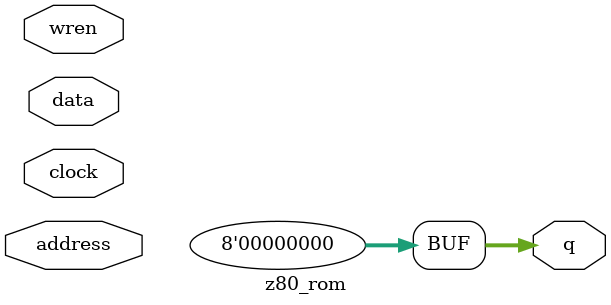
<source format=v>
module z80_rom(	// file.cleaned.mlir:2:3
  input  [16:0] address,	// file.cleaned.mlir:2:25
  input         clock,	// file.cleaned.mlir:2:44
  input  [7:0]  data,	// file.cleaned.mlir:2:60
  input         wren,	// file.cleaned.mlir:2:75
  output [7:0]  q	// file.cleaned.mlir:2:91
);

  assign q = 8'h0;	// file.cleaned.mlir:3:14, :4:5
endmodule


</source>
